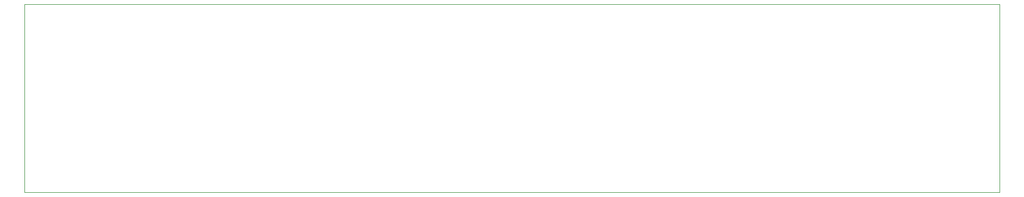
<source format=gm1>
G04 #@! TF.GenerationSoftware,KiCad,Pcbnew,9.0.3*
G04 #@! TF.CreationDate,2025-09-04T21:51:02+02:00*
G04 #@! TF.ProjectId,PCB_RULER_IPRL_2025,5043425f-5255-44c4-9552-5f4950524c5f,rev?*
G04 #@! TF.SameCoordinates,Original*
G04 #@! TF.FileFunction,Profile,NP*
%FSLAX46Y46*%
G04 Gerber Fmt 4.6, Leading zero omitted, Abs format (unit mm)*
G04 Created by KiCad (PCBNEW 9.0.3) date 2025-09-04 21:51:02*
%MOMM*%
%LPD*%
G01*
G04 APERTURE LIST*
G04 #@! TA.AperFunction,Profile*
%ADD10C,0.050000*%
G04 #@! TD*
G04 APERTURE END LIST*
D10*
X72200000Y-85000000D02*
X227500000Y-85000000D01*
X227500000Y-115000000D01*
X72200000Y-115000000D01*
X72200000Y-85000000D01*
M02*

</source>
